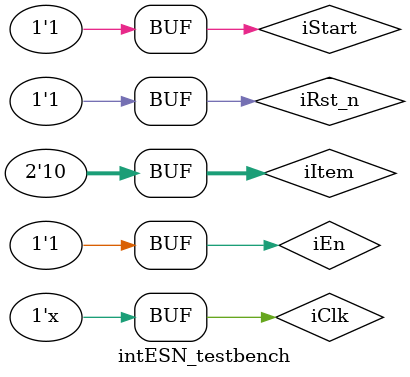
<source format=v>
`timescale 1ps/1ps
module intESN_testbench();

parameter 		reservoir_size = 4;
parameter 		data_width = 3;
parameter 		weight_size = 16;
parameter 		idata_demention = 2;
parameter		layer =1;
reg iClk;
reg [idata_demention-1:0]iItem;
reg iEn;
reg iRst_n;
reg iStart;
wire [(data_width+weight_size+layer)*2:0] oValue;

intESN #(.reservoir_size(reservoir_size),
.data_width(data_width),
.weight_size(weight_size),
.idata_demention(idata_demention),
.layer(layer)) u1
(
	.iClk(iClk),
	.iItem(iItem),
	.iEn(iEn),
	.iRst_n(iRst_n),
	.iStart(iStart),
	.oValue(oValue)
);
initial
begin
	iClk = 0;
	iEn = 0;
	iRst_n = 0;
	iItem = 2'b10;
	#10 iRst_n = 1;
	iStart = 1;
	#10 iEn = 1;
end

always
begin
	#5 iClk = ~iClk;
end


endmodule
</source>
